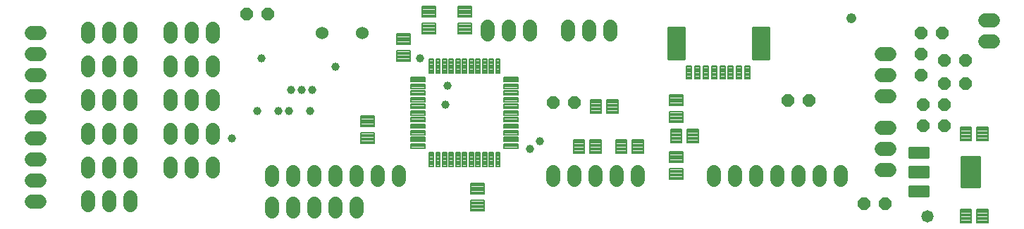
<source format=gts>
G75*
G70*
%OFA0B0*%
%FSLAX24Y24*%
%IPPOS*%
%LPD*%
%AMOC8*
5,1,8,0,0,1.08239X$1,22.5*
%
%ADD10C,0.0080*%
%ADD11C,0.0083*%
%ADD12C,0.0600*%
%ADD13C,0.0680*%
%ADD14OC8,0.0600*%
%ADD15C,0.0082*%
%ADD16C,0.0084*%
%ADD17C,0.0085*%
%ADD18C,0.0580*%
%ADD19C,0.0390*%
%ADD20C,0.0476*%
D10*
X019811Y004709D02*
X019811Y004905D01*
X019811Y004709D02*
X019143Y004709D01*
X019143Y004905D01*
X019811Y004905D01*
X019811Y004788D02*
X019143Y004788D01*
X019143Y004867D02*
X019811Y004867D01*
X019811Y005024D02*
X019811Y005220D01*
X019811Y005024D02*
X019143Y005024D01*
X019143Y005220D01*
X019811Y005220D01*
X019811Y005103D02*
X019143Y005103D01*
X019143Y005182D02*
X019811Y005182D01*
X019811Y005339D02*
X019811Y005535D01*
X019811Y005339D02*
X019143Y005339D01*
X019143Y005535D01*
X019811Y005535D01*
X019811Y005418D02*
X019143Y005418D01*
X019143Y005497D02*
X019811Y005497D01*
X019811Y005653D02*
X019811Y005849D01*
X019811Y005653D02*
X019143Y005653D01*
X019143Y005849D01*
X019811Y005849D01*
X019811Y005732D02*
X019143Y005732D01*
X019143Y005811D02*
X019811Y005811D01*
X019811Y005968D02*
X019811Y006164D01*
X019811Y005968D02*
X019143Y005968D01*
X019143Y006164D01*
X019811Y006164D01*
X019811Y006047D02*
X019143Y006047D01*
X019143Y006126D02*
X019811Y006126D01*
X019811Y006283D02*
X019811Y006479D01*
X019811Y006283D02*
X019143Y006283D01*
X019143Y006479D01*
X019811Y006479D01*
X019811Y006362D02*
X019143Y006362D01*
X019143Y006441D02*
X019811Y006441D01*
X019811Y006598D02*
X019811Y006794D01*
X019811Y006598D02*
X019143Y006598D01*
X019143Y006794D01*
X019811Y006794D01*
X019811Y006677D02*
X019143Y006677D01*
X019143Y006756D02*
X019811Y006756D01*
X019811Y006913D02*
X019811Y007109D01*
X019811Y006913D02*
X019143Y006913D01*
X019143Y007109D01*
X019811Y007109D01*
X019811Y006992D02*
X019143Y006992D01*
X019143Y007071D02*
X019811Y007071D01*
X019811Y007228D02*
X019811Y007424D01*
X019811Y007228D02*
X019143Y007228D01*
X019143Y007424D01*
X019811Y007424D01*
X019811Y007307D02*
X019143Y007307D01*
X019143Y007386D02*
X019811Y007386D01*
X019811Y007543D02*
X019811Y007739D01*
X019811Y007543D02*
X019143Y007543D01*
X019143Y007739D01*
X019811Y007739D01*
X019811Y007622D02*
X019143Y007622D01*
X019143Y007701D02*
X019811Y007701D01*
X019811Y007858D02*
X019811Y008054D01*
X019811Y007858D02*
X019143Y007858D01*
X019143Y008054D01*
X019811Y008054D01*
X019811Y007937D02*
X019143Y007937D01*
X019143Y008016D02*
X019811Y008016D01*
X020009Y008252D02*
X020205Y008252D01*
X020009Y008252D02*
X020009Y008920D01*
X020205Y008920D01*
X020205Y008252D01*
X020205Y008331D02*
X020009Y008331D01*
X020009Y008410D02*
X020205Y008410D01*
X020205Y008489D02*
X020009Y008489D01*
X020009Y008568D02*
X020205Y008568D01*
X020205Y008647D02*
X020009Y008647D01*
X020009Y008726D02*
X020205Y008726D01*
X020205Y008805D02*
X020009Y008805D01*
X020009Y008884D02*
X020205Y008884D01*
X020324Y008252D02*
X020520Y008252D01*
X020324Y008252D02*
X020324Y008920D01*
X020520Y008920D01*
X020520Y008252D01*
X020520Y008331D02*
X020324Y008331D01*
X020324Y008410D02*
X020520Y008410D01*
X020520Y008489D02*
X020324Y008489D01*
X020324Y008568D02*
X020520Y008568D01*
X020520Y008647D02*
X020324Y008647D01*
X020324Y008726D02*
X020520Y008726D01*
X020520Y008805D02*
X020324Y008805D01*
X020324Y008884D02*
X020520Y008884D01*
X020639Y008252D02*
X020835Y008252D01*
X020639Y008252D02*
X020639Y008920D01*
X020835Y008920D01*
X020835Y008252D01*
X020835Y008331D02*
X020639Y008331D01*
X020639Y008410D02*
X020835Y008410D01*
X020835Y008489D02*
X020639Y008489D01*
X020639Y008568D02*
X020835Y008568D01*
X020835Y008647D02*
X020639Y008647D01*
X020639Y008726D02*
X020835Y008726D01*
X020835Y008805D02*
X020639Y008805D01*
X020639Y008884D02*
X020835Y008884D01*
X020953Y008252D02*
X021149Y008252D01*
X020953Y008252D02*
X020953Y008920D01*
X021149Y008920D01*
X021149Y008252D01*
X021149Y008331D02*
X020953Y008331D01*
X020953Y008410D02*
X021149Y008410D01*
X021149Y008489D02*
X020953Y008489D01*
X020953Y008568D02*
X021149Y008568D01*
X021149Y008647D02*
X020953Y008647D01*
X020953Y008726D02*
X021149Y008726D01*
X021149Y008805D02*
X020953Y008805D01*
X020953Y008884D02*
X021149Y008884D01*
X021268Y008252D02*
X021464Y008252D01*
X021268Y008252D02*
X021268Y008920D01*
X021464Y008920D01*
X021464Y008252D01*
X021464Y008331D02*
X021268Y008331D01*
X021268Y008410D02*
X021464Y008410D01*
X021464Y008489D02*
X021268Y008489D01*
X021268Y008568D02*
X021464Y008568D01*
X021464Y008647D02*
X021268Y008647D01*
X021268Y008726D02*
X021464Y008726D01*
X021464Y008805D02*
X021268Y008805D01*
X021268Y008884D02*
X021464Y008884D01*
X021583Y008252D02*
X021779Y008252D01*
X021583Y008252D02*
X021583Y008920D01*
X021779Y008920D01*
X021779Y008252D01*
X021779Y008331D02*
X021583Y008331D01*
X021583Y008410D02*
X021779Y008410D01*
X021779Y008489D02*
X021583Y008489D01*
X021583Y008568D02*
X021779Y008568D01*
X021779Y008647D02*
X021583Y008647D01*
X021583Y008726D02*
X021779Y008726D01*
X021779Y008805D02*
X021583Y008805D01*
X021583Y008884D02*
X021779Y008884D01*
X021898Y008252D02*
X022094Y008252D01*
X021898Y008252D02*
X021898Y008920D01*
X022094Y008920D01*
X022094Y008252D01*
X022094Y008331D02*
X021898Y008331D01*
X021898Y008410D02*
X022094Y008410D01*
X022094Y008489D02*
X021898Y008489D01*
X021898Y008568D02*
X022094Y008568D01*
X022094Y008647D02*
X021898Y008647D01*
X021898Y008726D02*
X022094Y008726D01*
X022094Y008805D02*
X021898Y008805D01*
X021898Y008884D02*
X022094Y008884D01*
X022213Y008252D02*
X022409Y008252D01*
X022213Y008252D02*
X022213Y008920D01*
X022409Y008920D01*
X022409Y008252D01*
X022409Y008331D02*
X022213Y008331D01*
X022213Y008410D02*
X022409Y008410D01*
X022409Y008489D02*
X022213Y008489D01*
X022213Y008568D02*
X022409Y008568D01*
X022409Y008647D02*
X022213Y008647D01*
X022213Y008726D02*
X022409Y008726D01*
X022409Y008805D02*
X022213Y008805D01*
X022213Y008884D02*
X022409Y008884D01*
X022528Y008252D02*
X022724Y008252D01*
X022528Y008252D02*
X022528Y008920D01*
X022724Y008920D01*
X022724Y008252D01*
X022724Y008331D02*
X022528Y008331D01*
X022528Y008410D02*
X022724Y008410D01*
X022724Y008489D02*
X022528Y008489D01*
X022528Y008568D02*
X022724Y008568D01*
X022724Y008647D02*
X022528Y008647D01*
X022528Y008726D02*
X022724Y008726D01*
X022724Y008805D02*
X022528Y008805D01*
X022528Y008884D02*
X022724Y008884D01*
X022843Y008252D02*
X023039Y008252D01*
X022843Y008252D02*
X022843Y008920D01*
X023039Y008920D01*
X023039Y008252D01*
X023039Y008331D02*
X022843Y008331D01*
X022843Y008410D02*
X023039Y008410D01*
X023039Y008489D02*
X022843Y008489D01*
X022843Y008568D02*
X023039Y008568D01*
X023039Y008647D02*
X022843Y008647D01*
X022843Y008726D02*
X023039Y008726D01*
X023039Y008805D02*
X022843Y008805D01*
X022843Y008884D02*
X023039Y008884D01*
X023158Y008252D02*
X023354Y008252D01*
X023158Y008252D02*
X023158Y008920D01*
X023354Y008920D01*
X023354Y008252D01*
X023354Y008331D02*
X023158Y008331D01*
X023158Y008410D02*
X023354Y008410D01*
X023354Y008489D02*
X023158Y008489D01*
X023158Y008568D02*
X023354Y008568D01*
X023354Y008647D02*
X023158Y008647D01*
X023158Y008726D02*
X023354Y008726D01*
X023354Y008805D02*
X023158Y008805D01*
X023158Y008884D02*
X023354Y008884D01*
X023552Y008054D02*
X023552Y007858D01*
X023552Y008054D02*
X024220Y008054D01*
X024220Y007858D01*
X023552Y007858D01*
X023552Y007937D02*
X024220Y007937D01*
X024220Y008016D02*
X023552Y008016D01*
X023552Y007739D02*
X023552Y007543D01*
X023552Y007739D02*
X024220Y007739D01*
X024220Y007543D01*
X023552Y007543D01*
X023552Y007622D02*
X024220Y007622D01*
X024220Y007701D02*
X023552Y007701D01*
X023552Y007424D02*
X023552Y007228D01*
X023552Y007424D02*
X024220Y007424D01*
X024220Y007228D01*
X023552Y007228D01*
X023552Y007307D02*
X024220Y007307D01*
X024220Y007386D02*
X023552Y007386D01*
X023552Y007109D02*
X023552Y006913D01*
X023552Y007109D02*
X024220Y007109D01*
X024220Y006913D01*
X023552Y006913D01*
X023552Y006992D02*
X024220Y006992D01*
X024220Y007071D02*
X023552Y007071D01*
X023552Y006794D02*
X023552Y006598D01*
X023552Y006794D02*
X024220Y006794D01*
X024220Y006598D01*
X023552Y006598D01*
X023552Y006677D02*
X024220Y006677D01*
X024220Y006756D02*
X023552Y006756D01*
X023552Y006479D02*
X023552Y006283D01*
X023552Y006479D02*
X024220Y006479D01*
X024220Y006283D01*
X023552Y006283D01*
X023552Y006362D02*
X024220Y006362D01*
X024220Y006441D02*
X023552Y006441D01*
X023552Y006164D02*
X023552Y005968D01*
X023552Y006164D02*
X024220Y006164D01*
X024220Y005968D01*
X023552Y005968D01*
X023552Y006047D02*
X024220Y006047D01*
X024220Y006126D02*
X023552Y006126D01*
X023552Y005849D02*
X023552Y005653D01*
X023552Y005849D02*
X024220Y005849D01*
X024220Y005653D01*
X023552Y005653D01*
X023552Y005732D02*
X024220Y005732D01*
X024220Y005811D02*
X023552Y005811D01*
X023552Y005535D02*
X023552Y005339D01*
X023552Y005535D02*
X024220Y005535D01*
X024220Y005339D01*
X023552Y005339D01*
X023552Y005418D02*
X024220Y005418D01*
X024220Y005497D02*
X023552Y005497D01*
X023552Y005220D02*
X023552Y005024D01*
X023552Y005220D02*
X024220Y005220D01*
X024220Y005024D01*
X023552Y005024D01*
X023552Y005103D02*
X024220Y005103D01*
X024220Y005182D02*
X023552Y005182D01*
X023552Y004905D02*
X023552Y004709D01*
X023552Y004905D02*
X024220Y004905D01*
X024220Y004709D01*
X023552Y004709D01*
X023552Y004788D02*
X024220Y004788D01*
X024220Y004867D02*
X023552Y004867D01*
X023354Y004511D02*
X023158Y004511D01*
X023354Y004511D02*
X023354Y003843D01*
X023158Y003843D01*
X023158Y004511D01*
X023158Y003922D02*
X023354Y003922D01*
X023354Y004001D02*
X023158Y004001D01*
X023158Y004080D02*
X023354Y004080D01*
X023354Y004159D02*
X023158Y004159D01*
X023158Y004238D02*
X023354Y004238D01*
X023354Y004317D02*
X023158Y004317D01*
X023158Y004396D02*
X023354Y004396D01*
X023354Y004475D02*
X023158Y004475D01*
X023039Y004511D02*
X022843Y004511D01*
X023039Y004511D02*
X023039Y003843D01*
X022843Y003843D01*
X022843Y004511D01*
X022843Y003922D02*
X023039Y003922D01*
X023039Y004001D02*
X022843Y004001D01*
X022843Y004080D02*
X023039Y004080D01*
X023039Y004159D02*
X022843Y004159D01*
X022843Y004238D02*
X023039Y004238D01*
X023039Y004317D02*
X022843Y004317D01*
X022843Y004396D02*
X023039Y004396D01*
X023039Y004475D02*
X022843Y004475D01*
X022724Y004511D02*
X022528Y004511D01*
X022724Y004511D02*
X022724Y003843D01*
X022528Y003843D01*
X022528Y004511D01*
X022528Y003922D02*
X022724Y003922D01*
X022724Y004001D02*
X022528Y004001D01*
X022528Y004080D02*
X022724Y004080D01*
X022724Y004159D02*
X022528Y004159D01*
X022528Y004238D02*
X022724Y004238D01*
X022724Y004317D02*
X022528Y004317D01*
X022528Y004396D02*
X022724Y004396D01*
X022724Y004475D02*
X022528Y004475D01*
X022409Y004511D02*
X022213Y004511D01*
X022409Y004511D02*
X022409Y003843D01*
X022213Y003843D01*
X022213Y004511D01*
X022213Y003922D02*
X022409Y003922D01*
X022409Y004001D02*
X022213Y004001D01*
X022213Y004080D02*
X022409Y004080D01*
X022409Y004159D02*
X022213Y004159D01*
X022213Y004238D02*
X022409Y004238D01*
X022409Y004317D02*
X022213Y004317D01*
X022213Y004396D02*
X022409Y004396D01*
X022409Y004475D02*
X022213Y004475D01*
X022094Y004511D02*
X021898Y004511D01*
X022094Y004511D02*
X022094Y003843D01*
X021898Y003843D01*
X021898Y004511D01*
X021898Y003922D02*
X022094Y003922D01*
X022094Y004001D02*
X021898Y004001D01*
X021898Y004080D02*
X022094Y004080D01*
X022094Y004159D02*
X021898Y004159D01*
X021898Y004238D02*
X022094Y004238D01*
X022094Y004317D02*
X021898Y004317D01*
X021898Y004396D02*
X022094Y004396D01*
X022094Y004475D02*
X021898Y004475D01*
X021779Y004511D02*
X021583Y004511D01*
X021779Y004511D02*
X021779Y003843D01*
X021583Y003843D01*
X021583Y004511D01*
X021583Y003922D02*
X021779Y003922D01*
X021779Y004001D02*
X021583Y004001D01*
X021583Y004080D02*
X021779Y004080D01*
X021779Y004159D02*
X021583Y004159D01*
X021583Y004238D02*
X021779Y004238D01*
X021779Y004317D02*
X021583Y004317D01*
X021583Y004396D02*
X021779Y004396D01*
X021779Y004475D02*
X021583Y004475D01*
X021464Y004511D02*
X021268Y004511D01*
X021464Y004511D02*
X021464Y003843D01*
X021268Y003843D01*
X021268Y004511D01*
X021268Y003922D02*
X021464Y003922D01*
X021464Y004001D02*
X021268Y004001D01*
X021268Y004080D02*
X021464Y004080D01*
X021464Y004159D02*
X021268Y004159D01*
X021268Y004238D02*
X021464Y004238D01*
X021464Y004317D02*
X021268Y004317D01*
X021268Y004396D02*
X021464Y004396D01*
X021464Y004475D02*
X021268Y004475D01*
X021149Y004511D02*
X020953Y004511D01*
X021149Y004511D02*
X021149Y003843D01*
X020953Y003843D01*
X020953Y004511D01*
X020953Y003922D02*
X021149Y003922D01*
X021149Y004001D02*
X020953Y004001D01*
X020953Y004080D02*
X021149Y004080D01*
X021149Y004159D02*
X020953Y004159D01*
X020953Y004238D02*
X021149Y004238D01*
X021149Y004317D02*
X020953Y004317D01*
X020953Y004396D02*
X021149Y004396D01*
X021149Y004475D02*
X020953Y004475D01*
X020835Y004511D02*
X020639Y004511D01*
X020835Y004511D02*
X020835Y003843D01*
X020639Y003843D01*
X020639Y004511D01*
X020639Y003922D02*
X020835Y003922D01*
X020835Y004001D02*
X020639Y004001D01*
X020639Y004080D02*
X020835Y004080D01*
X020835Y004159D02*
X020639Y004159D01*
X020639Y004238D02*
X020835Y004238D01*
X020835Y004317D02*
X020639Y004317D01*
X020639Y004396D02*
X020835Y004396D01*
X020835Y004475D02*
X020639Y004475D01*
X020520Y004511D02*
X020324Y004511D01*
X020520Y004511D02*
X020520Y003843D01*
X020324Y003843D01*
X020324Y004511D01*
X020324Y003922D02*
X020520Y003922D01*
X020520Y004001D02*
X020324Y004001D01*
X020324Y004080D02*
X020520Y004080D01*
X020520Y004159D02*
X020324Y004159D01*
X020324Y004238D02*
X020520Y004238D01*
X020520Y004317D02*
X020324Y004317D01*
X020324Y004396D02*
X020520Y004396D01*
X020520Y004475D02*
X020324Y004475D01*
X020205Y004511D02*
X020009Y004511D01*
X020205Y004511D02*
X020205Y003843D01*
X020009Y003843D01*
X020009Y004511D01*
X020009Y003922D02*
X020205Y003922D01*
X020205Y004001D02*
X020009Y004001D01*
X020009Y004080D02*
X020205Y004080D01*
X020205Y004159D02*
X020009Y004159D01*
X020009Y004238D02*
X020205Y004238D01*
X020205Y004317D02*
X020009Y004317D01*
X020009Y004396D02*
X020205Y004396D01*
X020205Y004475D02*
X020009Y004475D01*
D11*
X017395Y004933D02*
X017395Y005443D01*
X017395Y004933D02*
X016767Y004933D01*
X016767Y005443D01*
X017395Y005443D01*
X017395Y005015D02*
X016767Y005015D01*
X016767Y005097D02*
X017395Y005097D01*
X017395Y005179D02*
X016767Y005179D01*
X016767Y005261D02*
X017395Y005261D01*
X017395Y005343D02*
X016767Y005343D01*
X016767Y005425D02*
X017395Y005425D01*
X017395Y005720D02*
X017395Y006230D01*
X017395Y005720D02*
X016767Y005720D01*
X016767Y006230D01*
X017395Y006230D01*
X017395Y005802D02*
X016767Y005802D01*
X016767Y005884D02*
X017395Y005884D01*
X017395Y005966D02*
X016767Y005966D01*
X016767Y006048D02*
X017395Y006048D01*
X017395Y006130D02*
X016767Y006130D01*
X016767Y006212D02*
X017395Y006212D01*
X026833Y005095D02*
X027343Y005095D01*
X027343Y004467D01*
X026833Y004467D01*
X026833Y005095D01*
X026833Y004549D02*
X027343Y004549D01*
X027343Y004631D02*
X026833Y004631D01*
X026833Y004713D02*
X027343Y004713D01*
X027343Y004795D02*
X026833Y004795D01*
X026833Y004877D02*
X027343Y004877D01*
X027343Y004959D02*
X026833Y004959D01*
X026833Y005041D02*
X027343Y005041D01*
X027620Y005095D02*
X028130Y005095D01*
X028130Y004467D01*
X027620Y004467D01*
X027620Y005095D01*
X027620Y004549D02*
X028130Y004549D01*
X028130Y004631D02*
X027620Y004631D01*
X027620Y004713D02*
X028130Y004713D01*
X028130Y004795D02*
X027620Y004795D01*
X027620Y004877D02*
X028130Y004877D01*
X028130Y004959D02*
X027620Y004959D01*
X027620Y005041D02*
X028130Y005041D01*
X028833Y005095D02*
X029343Y005095D01*
X029343Y004467D01*
X028833Y004467D01*
X028833Y005095D01*
X028833Y004549D02*
X029343Y004549D01*
X029343Y004631D02*
X028833Y004631D01*
X028833Y004713D02*
X029343Y004713D01*
X029343Y004795D02*
X028833Y004795D01*
X028833Y004877D02*
X029343Y004877D01*
X029343Y004959D02*
X028833Y004959D01*
X028833Y005041D02*
X029343Y005041D01*
X029620Y005095D02*
X030130Y005095D01*
X030130Y004467D01*
X029620Y004467D01*
X029620Y005095D01*
X029620Y004549D02*
X030130Y004549D01*
X030130Y004631D02*
X029620Y004631D01*
X029620Y004713D02*
X030130Y004713D01*
X030130Y004795D02*
X029620Y004795D01*
X029620Y004877D02*
X030130Y004877D01*
X030130Y004959D02*
X029620Y004959D01*
X029620Y005041D02*
X030130Y005041D01*
X031433Y004967D02*
X031943Y004967D01*
X031433Y004967D02*
X031433Y005595D01*
X031943Y005595D01*
X031943Y004967D01*
X031943Y005049D02*
X031433Y005049D01*
X031433Y005131D02*
X031943Y005131D01*
X031943Y005213D02*
X031433Y005213D01*
X031433Y005295D02*
X031943Y005295D01*
X031943Y005377D02*
X031433Y005377D01*
X031433Y005459D02*
X031943Y005459D01*
X031943Y005541D02*
X031433Y005541D01*
X032220Y004967D02*
X032730Y004967D01*
X032220Y004967D02*
X032220Y005595D01*
X032730Y005595D01*
X032730Y004967D01*
X032730Y005049D02*
X032220Y005049D01*
X032220Y005131D02*
X032730Y005131D01*
X032730Y005213D02*
X032220Y005213D01*
X032220Y005295D02*
X032730Y005295D01*
X032730Y005377D02*
X032220Y005377D01*
X032220Y005459D02*
X032730Y005459D01*
X032730Y005541D02*
X032220Y005541D01*
X031367Y005933D02*
X031367Y006443D01*
X031995Y006443D01*
X031995Y005933D01*
X031367Y005933D01*
X031367Y006015D02*
X031995Y006015D01*
X031995Y006097D02*
X031367Y006097D01*
X031367Y006179D02*
X031995Y006179D01*
X031995Y006261D02*
X031367Y006261D01*
X031367Y006343D02*
X031995Y006343D01*
X031995Y006425D02*
X031367Y006425D01*
X031367Y006720D02*
X031367Y007230D01*
X031995Y007230D01*
X031995Y006720D01*
X031367Y006720D01*
X031367Y006802D02*
X031995Y006802D01*
X031995Y006884D02*
X031367Y006884D01*
X031367Y006966D02*
X031995Y006966D01*
X031995Y007048D02*
X031367Y007048D01*
X031367Y007130D02*
X031995Y007130D01*
X031995Y007212D02*
X031367Y007212D01*
X028930Y006995D02*
X028420Y006995D01*
X028930Y006995D02*
X028930Y006367D01*
X028420Y006367D01*
X028420Y006995D01*
X028420Y006449D02*
X028930Y006449D01*
X028930Y006531D02*
X028420Y006531D01*
X028420Y006613D02*
X028930Y006613D01*
X028930Y006695D02*
X028420Y006695D01*
X028420Y006777D02*
X028930Y006777D01*
X028930Y006859D02*
X028420Y006859D01*
X028420Y006941D02*
X028930Y006941D01*
X028143Y006995D02*
X027633Y006995D01*
X028143Y006995D02*
X028143Y006367D01*
X027633Y006367D01*
X027633Y006995D01*
X027633Y006449D02*
X028143Y006449D01*
X028143Y006531D02*
X027633Y006531D01*
X027633Y006613D02*
X028143Y006613D01*
X028143Y006695D02*
X027633Y006695D01*
X027633Y006777D02*
X028143Y006777D01*
X028143Y006859D02*
X027633Y006859D01*
X027633Y006941D02*
X028143Y006941D01*
X019095Y008833D02*
X019095Y009343D01*
X019095Y008833D02*
X018467Y008833D01*
X018467Y009343D01*
X019095Y009343D01*
X019095Y008915D02*
X018467Y008915D01*
X018467Y008997D02*
X019095Y008997D01*
X019095Y009079D02*
X018467Y009079D01*
X018467Y009161D02*
X019095Y009161D01*
X019095Y009243D02*
X018467Y009243D01*
X018467Y009325D02*
X019095Y009325D01*
X019095Y009620D02*
X019095Y010130D01*
X019095Y009620D02*
X018467Y009620D01*
X018467Y010130D01*
X019095Y010130D01*
X019095Y009702D02*
X018467Y009702D01*
X018467Y009784D02*
X019095Y009784D01*
X019095Y009866D02*
X018467Y009866D01*
X018467Y009948D02*
X019095Y009948D01*
X019095Y010030D02*
X018467Y010030D01*
X018467Y010112D02*
X019095Y010112D01*
X019667Y010133D02*
X019667Y010643D01*
X020295Y010643D01*
X020295Y010133D01*
X019667Y010133D01*
X019667Y010215D02*
X020295Y010215D01*
X020295Y010297D02*
X019667Y010297D01*
X019667Y010379D02*
X020295Y010379D01*
X020295Y010461D02*
X019667Y010461D01*
X019667Y010543D02*
X020295Y010543D01*
X020295Y010625D02*
X019667Y010625D01*
X019667Y010920D02*
X019667Y011430D01*
X020295Y011430D01*
X020295Y010920D01*
X019667Y010920D01*
X019667Y011002D02*
X020295Y011002D01*
X020295Y011084D02*
X019667Y011084D01*
X019667Y011166D02*
X020295Y011166D01*
X020295Y011248D02*
X019667Y011248D01*
X019667Y011330D02*
X020295Y011330D01*
X020295Y011412D02*
X019667Y011412D01*
X021995Y011430D02*
X021995Y010920D01*
X021367Y010920D01*
X021367Y011430D01*
X021995Y011430D01*
X021995Y011002D02*
X021367Y011002D01*
X021367Y011084D02*
X021995Y011084D01*
X021995Y011166D02*
X021367Y011166D01*
X021367Y011248D02*
X021995Y011248D01*
X021995Y011330D02*
X021367Y011330D01*
X021367Y011412D02*
X021995Y011412D01*
X021995Y010643D02*
X021995Y010133D01*
X021367Y010133D01*
X021367Y010643D01*
X021995Y010643D01*
X021995Y010215D02*
X021367Y010215D01*
X021367Y010297D02*
X021995Y010297D01*
X021995Y010379D02*
X021367Y010379D01*
X021367Y010461D02*
X021995Y010461D01*
X021995Y010543D02*
X021367Y010543D01*
X021367Y010625D02*
X021995Y010625D01*
X045133Y005067D02*
X045643Y005067D01*
X045133Y005067D02*
X045133Y005695D01*
X045643Y005695D01*
X045643Y005067D01*
X045643Y005149D02*
X045133Y005149D01*
X045133Y005231D02*
X045643Y005231D01*
X045643Y005313D02*
X045133Y005313D01*
X045133Y005395D02*
X045643Y005395D01*
X045643Y005477D02*
X045133Y005477D01*
X045133Y005559D02*
X045643Y005559D01*
X045643Y005641D02*
X045133Y005641D01*
X045920Y005067D02*
X046430Y005067D01*
X045920Y005067D02*
X045920Y005695D01*
X046430Y005695D01*
X046430Y005067D01*
X046430Y005149D02*
X045920Y005149D01*
X045920Y005231D02*
X046430Y005231D01*
X046430Y005313D02*
X045920Y005313D01*
X045920Y005395D02*
X046430Y005395D01*
X046430Y005477D02*
X045920Y005477D01*
X045920Y005559D02*
X046430Y005559D01*
X046430Y005641D02*
X045920Y005641D01*
X031367Y004530D02*
X031367Y004020D01*
X031367Y004530D02*
X031995Y004530D01*
X031995Y004020D01*
X031367Y004020D01*
X031367Y004102D02*
X031995Y004102D01*
X031995Y004184D02*
X031367Y004184D01*
X031367Y004266D02*
X031995Y004266D01*
X031995Y004348D02*
X031367Y004348D01*
X031367Y004430D02*
X031995Y004430D01*
X031995Y004512D02*
X031367Y004512D01*
X031367Y003743D02*
X031367Y003233D01*
X031367Y003743D02*
X031995Y003743D01*
X031995Y003233D01*
X031367Y003233D01*
X031367Y003315D02*
X031995Y003315D01*
X031995Y003397D02*
X031367Y003397D01*
X031367Y003479D02*
X031995Y003479D01*
X031995Y003561D02*
X031367Y003561D01*
X031367Y003643D02*
X031995Y003643D01*
X031995Y003725D02*
X031367Y003725D01*
X021967Y003030D02*
X021967Y002520D01*
X021967Y003030D02*
X022595Y003030D01*
X022595Y002520D01*
X021967Y002520D01*
X021967Y002602D02*
X022595Y002602D01*
X022595Y002684D02*
X021967Y002684D01*
X021967Y002766D02*
X022595Y002766D01*
X022595Y002848D02*
X021967Y002848D01*
X021967Y002930D02*
X022595Y002930D01*
X022595Y003012D02*
X021967Y003012D01*
X021967Y002243D02*
X021967Y001733D01*
X021967Y002243D02*
X022595Y002243D01*
X022595Y001733D01*
X021967Y001733D01*
X021967Y001815D02*
X022595Y001815D01*
X022595Y001897D02*
X021967Y001897D01*
X021967Y001979D02*
X022595Y001979D01*
X022595Y002061D02*
X021967Y002061D01*
X021967Y002143D02*
X022595Y002143D01*
X022595Y002225D02*
X021967Y002225D01*
X045133Y001167D02*
X045643Y001167D01*
X045133Y001167D02*
X045133Y001795D01*
X045643Y001795D01*
X045643Y001167D01*
X045643Y001249D02*
X045133Y001249D01*
X045133Y001331D02*
X045643Y001331D01*
X045643Y001413D02*
X045133Y001413D01*
X045133Y001495D02*
X045643Y001495D01*
X045643Y001577D02*
X045133Y001577D01*
X045133Y001659D02*
X045643Y001659D01*
X045643Y001741D02*
X045133Y001741D01*
X045920Y001167D02*
X046430Y001167D01*
X045920Y001167D02*
X045920Y001795D01*
X046430Y001795D01*
X046430Y001167D01*
X046430Y001249D02*
X045920Y001249D01*
X045920Y001331D02*
X046430Y001331D01*
X046430Y001413D02*
X045920Y001413D01*
X045920Y001495D02*
X046430Y001495D01*
X046430Y001577D02*
X045920Y001577D01*
X045920Y001659D02*
X046430Y001659D01*
X046430Y001741D02*
X045920Y001741D01*
D12*
X016831Y010181D03*
X014931Y010181D03*
D13*
X003881Y002361D02*
X003881Y002001D01*
X004881Y002001D02*
X004881Y002361D01*
X005881Y002361D02*
X005881Y002001D01*
X001561Y002181D02*
X001201Y002181D01*
X001201Y003181D02*
X001561Y003181D01*
X003881Y003601D02*
X003881Y003961D01*
X004881Y003961D02*
X004881Y003601D01*
X005881Y003601D02*
X005881Y003961D01*
X007781Y003961D02*
X007781Y003601D01*
X008781Y003601D02*
X008781Y003961D01*
X009781Y003961D02*
X009781Y003601D01*
X012581Y003561D02*
X012581Y003201D01*
X013581Y003201D02*
X013581Y003561D01*
X014581Y003561D02*
X014581Y003201D01*
X015581Y003201D02*
X015581Y003561D01*
X016581Y003561D02*
X016581Y003201D01*
X017581Y003201D02*
X017581Y003561D01*
X018581Y003561D02*
X018581Y003201D01*
X016581Y002061D02*
X016581Y001701D01*
X015581Y001701D02*
X015581Y002061D01*
X014581Y002061D02*
X014581Y001701D01*
X013581Y001701D02*
X013581Y002061D01*
X012581Y002061D02*
X012581Y001701D01*
X001561Y004181D02*
X001201Y004181D01*
X001201Y005181D02*
X001561Y005181D01*
X003881Y005201D02*
X003881Y005561D01*
X004881Y005561D02*
X004881Y005201D01*
X005881Y005201D02*
X005881Y005561D01*
X007781Y005561D02*
X007781Y005201D01*
X008781Y005201D02*
X008781Y005561D01*
X009781Y005561D02*
X009781Y005201D01*
X009781Y006801D02*
X009781Y007161D01*
X008781Y007161D02*
X008781Y006801D01*
X007781Y006801D02*
X007781Y007161D01*
X005881Y007161D02*
X005881Y006801D01*
X004881Y006801D02*
X004881Y007161D01*
X003881Y007161D02*
X003881Y006801D01*
X001561Y007181D02*
X001201Y007181D01*
X001201Y006181D02*
X001561Y006181D01*
X001561Y008181D02*
X001201Y008181D01*
X003881Y008401D02*
X003881Y008761D01*
X004881Y008761D02*
X004881Y008401D01*
X005881Y008401D02*
X005881Y008761D01*
X007781Y008761D02*
X007781Y008401D01*
X008781Y008401D02*
X008781Y008761D01*
X009781Y008761D02*
X009781Y008401D01*
X009781Y010001D02*
X009781Y010361D01*
X008781Y010361D02*
X008781Y010001D01*
X007781Y010001D02*
X007781Y010361D01*
X005881Y010361D02*
X005881Y010001D01*
X004881Y010001D02*
X004881Y010361D01*
X003881Y010361D02*
X003881Y010001D01*
X001561Y010181D02*
X001201Y010181D01*
X001201Y009181D02*
X001561Y009181D01*
X022781Y010101D02*
X022781Y010461D01*
X023781Y010461D02*
X023781Y010101D01*
X024781Y010101D02*
X024781Y010461D01*
X026581Y010461D02*
X026581Y010101D01*
X027581Y010101D02*
X027581Y010461D01*
X028581Y010461D02*
X028581Y010101D01*
X041401Y009181D02*
X041761Y009181D01*
X041761Y008181D02*
X041401Y008181D01*
X041401Y007181D02*
X041761Y007181D01*
X041761Y005681D02*
X041401Y005681D01*
X041401Y004681D02*
X041761Y004681D01*
X041761Y003681D02*
X041401Y003681D01*
X039481Y003561D02*
X039481Y003201D01*
X038481Y003201D02*
X038481Y003561D01*
X037481Y003561D02*
X037481Y003201D01*
X036481Y003201D02*
X036481Y003561D01*
X035481Y003561D02*
X035481Y003201D01*
X034481Y003201D02*
X034481Y003561D01*
X033481Y003561D02*
X033481Y003201D01*
X029881Y003201D02*
X029881Y003561D01*
X028881Y003561D02*
X028881Y003201D01*
X027881Y003201D02*
X027881Y003561D01*
X026881Y003561D02*
X026881Y003201D01*
X025881Y003201D02*
X025881Y003561D01*
X046301Y009781D02*
X046661Y009781D01*
X046661Y010781D02*
X046301Y010781D01*
D14*
X044281Y010181D03*
X043281Y010181D03*
X043281Y009181D03*
X044381Y008881D03*
X045381Y008881D03*
X043281Y008181D03*
X044381Y007781D03*
X045381Y007781D03*
X044381Y006781D03*
X043381Y006781D03*
X043381Y005781D03*
X044381Y005781D03*
X037981Y006981D03*
X036981Y006981D03*
X026881Y006881D03*
X025881Y006881D03*
X012381Y011081D03*
X011381Y011081D03*
X040581Y002081D03*
X041581Y002081D03*
D15*
X034939Y007996D02*
X034939Y008604D01*
X035173Y008604D01*
X035173Y007996D01*
X034939Y007996D01*
X034939Y008077D02*
X035173Y008077D01*
X035173Y008158D02*
X034939Y008158D01*
X034939Y008239D02*
X035173Y008239D01*
X035173Y008320D02*
X034939Y008320D01*
X034939Y008401D02*
X035173Y008401D01*
X035173Y008482D02*
X034939Y008482D01*
X034939Y008563D02*
X035173Y008563D01*
X034546Y008604D02*
X034546Y007996D01*
X034546Y008604D02*
X034780Y008604D01*
X034780Y007996D01*
X034546Y007996D01*
X034546Y008077D02*
X034780Y008077D01*
X034780Y008158D02*
X034546Y008158D01*
X034546Y008239D02*
X034780Y008239D01*
X034780Y008320D02*
X034546Y008320D01*
X034546Y008401D02*
X034780Y008401D01*
X034780Y008482D02*
X034546Y008482D01*
X034546Y008563D02*
X034780Y008563D01*
X034152Y008604D02*
X034152Y007996D01*
X034152Y008604D02*
X034386Y008604D01*
X034386Y007996D01*
X034152Y007996D01*
X034152Y008077D02*
X034386Y008077D01*
X034386Y008158D02*
X034152Y008158D01*
X034152Y008239D02*
X034386Y008239D01*
X034386Y008320D02*
X034152Y008320D01*
X034152Y008401D02*
X034386Y008401D01*
X034386Y008482D02*
X034152Y008482D01*
X034152Y008563D02*
X034386Y008563D01*
X033758Y008604D02*
X033758Y007996D01*
X033758Y008604D02*
X033992Y008604D01*
X033992Y007996D01*
X033758Y007996D01*
X033758Y008077D02*
X033992Y008077D01*
X033992Y008158D02*
X033758Y008158D01*
X033758Y008239D02*
X033992Y008239D01*
X033992Y008320D02*
X033758Y008320D01*
X033758Y008401D02*
X033992Y008401D01*
X033992Y008482D02*
X033758Y008482D01*
X033758Y008563D02*
X033992Y008563D01*
X033364Y008604D02*
X033364Y007996D01*
X033364Y008604D02*
X033598Y008604D01*
X033598Y007996D01*
X033364Y007996D01*
X033364Y008077D02*
X033598Y008077D01*
X033598Y008158D02*
X033364Y008158D01*
X033364Y008239D02*
X033598Y008239D01*
X033598Y008320D02*
X033364Y008320D01*
X033364Y008401D02*
X033598Y008401D01*
X033598Y008482D02*
X033364Y008482D01*
X033364Y008563D02*
X033598Y008563D01*
X032971Y008604D02*
X032971Y007996D01*
X032971Y008604D02*
X033205Y008604D01*
X033205Y007996D01*
X032971Y007996D01*
X032971Y008077D02*
X033205Y008077D01*
X033205Y008158D02*
X032971Y008158D01*
X032971Y008239D02*
X033205Y008239D01*
X033205Y008320D02*
X032971Y008320D01*
X032971Y008401D02*
X033205Y008401D01*
X033205Y008482D02*
X032971Y008482D01*
X032971Y008563D02*
X033205Y008563D01*
X032577Y008604D02*
X032577Y007996D01*
X032577Y008604D02*
X032811Y008604D01*
X032811Y007996D01*
X032577Y007996D01*
X032577Y008077D02*
X032811Y008077D01*
X032811Y008158D02*
X032577Y008158D01*
X032577Y008239D02*
X032811Y008239D01*
X032811Y008320D02*
X032577Y008320D01*
X032577Y008401D02*
X032811Y008401D01*
X032811Y008482D02*
X032577Y008482D01*
X032577Y008563D02*
X032811Y008563D01*
X032183Y008604D02*
X032183Y007996D01*
X032183Y008604D02*
X032417Y008604D01*
X032417Y007996D01*
X032183Y007996D01*
X032183Y008077D02*
X032417Y008077D01*
X032417Y008158D02*
X032183Y008158D01*
X032183Y008239D02*
X032417Y008239D01*
X032417Y008320D02*
X032183Y008320D01*
X032183Y008401D02*
X032417Y008401D01*
X032417Y008482D02*
X032183Y008482D01*
X032183Y008563D02*
X032417Y008563D01*
D16*
X031303Y008933D02*
X031303Y010429D01*
X032059Y010429D01*
X032059Y008933D01*
X031303Y008933D01*
X031303Y009016D02*
X032059Y009016D01*
X032059Y009099D02*
X031303Y009099D01*
X031303Y009182D02*
X032059Y009182D01*
X032059Y009265D02*
X031303Y009265D01*
X031303Y009348D02*
X032059Y009348D01*
X032059Y009431D02*
X031303Y009431D01*
X031303Y009514D02*
X032059Y009514D01*
X032059Y009597D02*
X031303Y009597D01*
X031303Y009680D02*
X032059Y009680D01*
X032059Y009763D02*
X031303Y009763D01*
X031303Y009846D02*
X032059Y009846D01*
X032059Y009929D02*
X031303Y009929D01*
X031303Y010012D02*
X032059Y010012D01*
X032059Y010095D02*
X031303Y010095D01*
X031303Y010178D02*
X032059Y010178D01*
X032059Y010261D02*
X031303Y010261D01*
X031303Y010344D02*
X032059Y010344D01*
X032059Y010427D02*
X031303Y010427D01*
X035303Y010429D02*
X035303Y008933D01*
X035303Y010429D02*
X036059Y010429D01*
X036059Y008933D01*
X035303Y008933D01*
X035303Y009016D02*
X036059Y009016D01*
X036059Y009099D02*
X035303Y009099D01*
X035303Y009182D02*
X036059Y009182D01*
X036059Y009265D02*
X035303Y009265D01*
X035303Y009348D02*
X036059Y009348D01*
X036059Y009431D02*
X035303Y009431D01*
X035303Y009514D02*
X036059Y009514D01*
X036059Y009597D02*
X035303Y009597D01*
X035303Y009680D02*
X036059Y009680D01*
X036059Y009763D02*
X035303Y009763D01*
X035303Y009846D02*
X036059Y009846D01*
X036059Y009929D02*
X035303Y009929D01*
X035303Y010012D02*
X036059Y010012D01*
X036059Y010095D02*
X035303Y010095D01*
X035303Y010178D02*
X036059Y010178D01*
X036059Y010261D02*
X035303Y010261D01*
X035303Y010344D02*
X036059Y010344D01*
X036059Y010427D02*
X035303Y010427D01*
X042723Y004729D02*
X042723Y004253D01*
X042723Y004729D02*
X043599Y004729D01*
X043599Y004253D01*
X042723Y004253D01*
X042723Y004336D02*
X043599Y004336D01*
X043599Y004419D02*
X042723Y004419D01*
X042723Y004502D02*
X043599Y004502D01*
X043599Y004585D02*
X042723Y004585D01*
X042723Y004668D02*
X043599Y004668D01*
X042723Y003819D02*
X042723Y003343D01*
X042723Y003819D02*
X043599Y003819D01*
X043599Y003343D01*
X042723Y003343D01*
X042723Y003426D02*
X043599Y003426D01*
X043599Y003509D02*
X042723Y003509D01*
X042723Y003592D02*
X043599Y003592D01*
X043599Y003675D02*
X042723Y003675D01*
X042723Y003758D02*
X043599Y003758D01*
X042723Y002909D02*
X042723Y002433D01*
X042723Y002909D02*
X043599Y002909D01*
X043599Y002433D01*
X042723Y002433D01*
X042723Y002516D02*
X043599Y002516D01*
X043599Y002599D02*
X042723Y002599D01*
X042723Y002682D02*
X043599Y002682D01*
X043599Y002765D02*
X042723Y002765D01*
X042723Y002848D02*
X043599Y002848D01*
D17*
X045170Y002875D02*
X045170Y004287D01*
X046032Y004287D01*
X046032Y002875D01*
X045170Y002875D01*
X045170Y002959D02*
X046032Y002959D01*
X046032Y003043D02*
X045170Y003043D01*
X045170Y003127D02*
X046032Y003127D01*
X046032Y003211D02*
X045170Y003211D01*
X045170Y003295D02*
X046032Y003295D01*
X046032Y003379D02*
X045170Y003379D01*
X045170Y003463D02*
X046032Y003463D01*
X046032Y003547D02*
X045170Y003547D01*
X045170Y003631D02*
X046032Y003631D01*
X046032Y003715D02*
X045170Y003715D01*
X045170Y003799D02*
X046032Y003799D01*
X046032Y003883D02*
X045170Y003883D01*
X045170Y003967D02*
X046032Y003967D01*
X046032Y004051D02*
X045170Y004051D01*
X045170Y004135D02*
X046032Y004135D01*
X046032Y004219D02*
X045170Y004219D01*
D18*
X043581Y001481D03*
D19*
X025241Y005022D03*
X024781Y004681D03*
X020781Y006781D03*
X020881Y007681D03*
X019581Y008981D03*
X015581Y008581D03*
X012081Y008981D03*
X013481Y007481D03*
X013981Y007481D03*
X014481Y007481D03*
X014381Y006481D03*
X013381Y006481D03*
X012881Y006481D03*
X011881Y006481D03*
X010681Y005181D03*
D20*
X039981Y010881D03*
M02*

</source>
